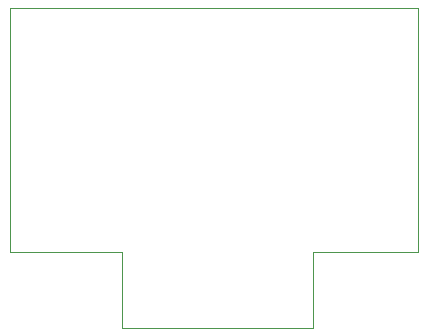
<source format=gbr>
G04 #@! TF.GenerationSoftware,KiCad,Pcbnew,6.0.0-rc1-unknown-bb2e402~66~ubuntu18.04.1*
G04 #@! TF.CreationDate,2019-04-16T15:47:46+02:00
G04 #@! TF.ProjectId,PentaESPConverter,50656e74-6145-4535-9043-6f6e76657274,rev?*
G04 #@! TF.SameCoordinates,Original*
G04 #@! TF.FileFunction,Profile,NP*
%FSLAX46Y46*%
G04 Gerber Fmt 4.6, Leading zero omitted, Abs format (unit mm)*
G04 Created by KiCad (PCBNEW 6.0.0-rc1-unknown-bb2e402~66~ubuntu18.04.1) date Di 16 Apr 2019 15:47:46 CEST*
%MOMM*%
%LPD*%
G04 APERTURE LIST*
%ADD10C,0.050000*%
G04 APERTURE END LIST*
D10*
X117919500Y-96583500D02*
X117919500Y-117221000D01*
X152400000Y-96583500D02*
X152400000Y-117221000D01*
X127381000Y-117221000D02*
X127381000Y-123634500D01*
X117919500Y-117221000D02*
X127381000Y-117221000D01*
X143573500Y-123634500D02*
X127381000Y-123634500D01*
X143573500Y-117221000D02*
X143573500Y-123634500D01*
X152400000Y-117221000D02*
X143573500Y-117221000D01*
X117919500Y-96583500D02*
X152400000Y-96583500D01*
M02*

</source>
